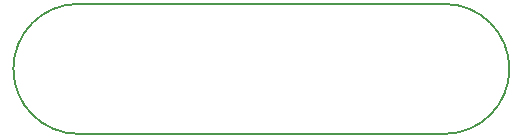
<source format=gbr>
%TF.GenerationSoftware,KiCad,Pcbnew,5.1.10-88a1d61d58~90~ubuntu20.04.1*%
%TF.CreationDate,2022-01-21T20:09:26-08:00*%
%TF.ProjectId,kb-db_protruded,6b622d64-625f-4707-926f-747275646564,rev?*%
%TF.SameCoordinates,Original*%
%TF.FileFunction,Profile,NP*%
%FSLAX46Y46*%
G04 Gerber Fmt 4.6, Leading zero omitted, Abs format (unit mm)*
G04 Created by KiCad (PCBNEW 5.1.10-88a1d61d58~90~ubuntu20.04.1) date 2022-01-21 20:09:26*
%MOMM*%
%LPD*%
G01*
G04 APERTURE LIST*
%TA.AperFunction,Profile*%
%ADD10C,0.150000*%
%TD*%
G04 APERTURE END LIST*
D10*
X78987000Y-68972000D02*
X94487000Y-68972000D01*
X63487000Y-68972000D02*
G75*
G02*
X63487000Y-57972000I0J5500000D01*
G01*
X78987000Y-68972000D02*
X63487000Y-68972000D01*
X78987000Y-57972000D02*
X63487000Y-57972000D01*
X94487000Y-57972000D02*
G75*
G02*
X94487000Y-68972000I0J-5500000D01*
G01*
X78987000Y-57972000D02*
X94487000Y-57972000D01*
M02*

</source>
